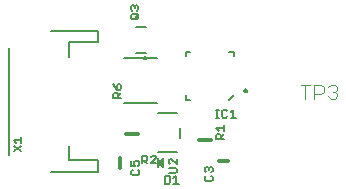
<source format=gbr>
G04 EAGLE Gerber RS-274X export*
G75*
%MOMM*%
%FSLAX34Y34*%
%LPD*%
%INSilkscreen Top*%
%IPPOS*%
%AMOC8*
5,1,8,0,0,1.08239X$1,22.5*%
G01*
%ADD10C,0.304800*%
%ADD11C,0.152400*%
%ADD12R,0.190500X0.889000*%
%ADD13C,0.203200*%
%ADD14C,0.101600*%

G36*
X135912Y13212D02*
X135912Y13212D01*
X135929Y13210D01*
X136032Y13232D01*
X136137Y13250D01*
X136152Y13258D01*
X136170Y13262D01*
X136260Y13316D01*
X136354Y13366D01*
X136366Y13379D01*
X136381Y13388D01*
X136450Y13468D01*
X136522Y13545D01*
X136529Y13562D01*
X136541Y13575D01*
X136580Y13673D01*
X136624Y13769D01*
X136626Y13787D01*
X136633Y13803D01*
X136651Y13970D01*
X136651Y21590D01*
X136649Y21607D01*
X136650Y21622D01*
X136650Y21625D01*
X136629Y21729D01*
X136612Y21833D01*
X136603Y21848D01*
X136600Y21866D01*
X136546Y21957D01*
X136496Y22050D01*
X136484Y22062D01*
X136475Y22078D01*
X136395Y22147D01*
X136318Y22220D01*
X136302Y22227D01*
X136288Y22239D01*
X136191Y22279D01*
X136095Y22323D01*
X136077Y22325D01*
X136061Y22332D01*
X135955Y22339D01*
X135851Y22350D01*
X135833Y22346D01*
X135815Y22348D01*
X135713Y22320D01*
X135640Y22304D01*
X135637Y22304D01*
X135610Y22298D01*
X135595Y22289D01*
X135578Y22284D01*
X135433Y22199D01*
X130353Y18389D01*
X130350Y18386D01*
X130347Y18384D01*
X130265Y18297D01*
X130183Y18212D01*
X130181Y18208D01*
X130178Y18205D01*
X130128Y18096D01*
X130078Y17989D01*
X130078Y17985D01*
X130076Y17981D01*
X130063Y17863D01*
X130050Y17745D01*
X130050Y17741D01*
X130050Y17736D01*
X130076Y17620D01*
X130101Y17504D01*
X130103Y17500D01*
X130104Y17496D01*
X130165Y17394D01*
X130226Y17292D01*
X130229Y17289D01*
X130231Y17286D01*
X130353Y17171D01*
X135433Y13361D01*
X135449Y13353D01*
X135462Y13341D01*
X135558Y13296D01*
X135651Y13247D01*
X135669Y13244D01*
X135685Y13237D01*
X135790Y13225D01*
X135894Y13209D01*
X135912Y13212D01*
G37*
D10*
X182690Y19050D02*
X190690Y19050D01*
D11*
X187198Y37592D02*
X180588Y37592D01*
X180588Y40897D01*
X181690Y41998D01*
X183893Y41998D01*
X184995Y40897D01*
X184995Y37592D01*
X184995Y39795D02*
X187198Y41998D01*
X182792Y45076D02*
X180588Y47279D01*
X187198Y47279D01*
X187198Y45076D02*
X187198Y49483D01*
D12*
X130993Y17780D03*
D11*
X136924Y6864D02*
X136924Y254D01*
X140229Y254D01*
X141330Y1356D01*
X141330Y5762D01*
X140229Y6864D01*
X136924Y6864D01*
X144408Y4660D02*
X146611Y6864D01*
X146611Y254D01*
X144408Y254D02*
X148814Y254D01*
D10*
X99060Y13780D02*
X99060Y21780D01*
D11*
X117602Y23882D02*
X117602Y17272D01*
X117602Y23882D02*
X120907Y23882D01*
X122008Y22780D01*
X122008Y20577D01*
X120907Y19475D01*
X117602Y19475D01*
X119805Y19475D02*
X122008Y17272D01*
X125086Y17272D02*
X129493Y17272D01*
X129493Y21678D02*
X125086Y17272D01*
X129493Y21678D02*
X129493Y22780D01*
X128391Y23882D01*
X126188Y23882D01*
X125086Y22780D01*
D10*
X166370Y36830D02*
X176530Y36830D01*
D11*
X172038Y6710D02*
X170936Y5609D01*
X170936Y3405D01*
X172038Y2304D01*
X176444Y2304D01*
X177546Y3405D01*
X177546Y5609D01*
X176444Y6710D01*
X172038Y9788D02*
X170936Y10889D01*
X170936Y13093D01*
X172038Y14194D01*
X173140Y14194D01*
X174241Y13093D01*
X174241Y11991D01*
X174241Y13093D02*
X175343Y14194D01*
X176444Y14194D01*
X177546Y13093D01*
X177546Y10889D01*
X176444Y9788D01*
D10*
X114300Y41910D02*
X104140Y41910D01*
D11*
X109808Y11790D02*
X108706Y10689D01*
X108706Y8485D01*
X109808Y7384D01*
X114214Y7384D01*
X115316Y8485D01*
X115316Y10689D01*
X114214Y11790D01*
X108706Y14868D02*
X108706Y19274D01*
X108706Y14868D02*
X112011Y14868D01*
X110910Y17071D01*
X110910Y18173D01*
X112011Y19274D01*
X114214Y19274D01*
X115316Y18173D01*
X115316Y15969D01*
X114214Y14868D01*
D13*
X131700Y59680D02*
X147700Y59680D01*
X147700Y26680D02*
X131700Y26680D01*
X150200Y39180D02*
X150200Y47180D01*
D11*
X145964Y9194D02*
X140456Y9194D01*
X145964Y9194D02*
X147066Y10295D01*
X147066Y12499D01*
X145964Y13600D01*
X140456Y13600D01*
X147066Y16678D02*
X147066Y21084D01*
X147066Y16678D02*
X142660Y21084D01*
X141558Y21084D01*
X140456Y19983D01*
X140456Y17779D01*
X141558Y16678D01*
D13*
X130840Y106630D02*
X102840Y106630D01*
X102840Y68630D02*
X130840Y68630D01*
D11*
X100078Y72392D02*
X93468Y72392D01*
X93468Y75697D01*
X94570Y76798D01*
X96773Y76798D01*
X97875Y75697D01*
X97875Y72392D01*
X97875Y74595D02*
X100078Y76798D01*
X94570Y82079D02*
X93468Y84283D01*
X94570Y82079D02*
X96773Y79876D01*
X98976Y79876D01*
X100078Y80978D01*
X100078Y83181D01*
X98976Y84283D01*
X97875Y84283D01*
X96773Y83181D01*
X96773Y79876D01*
D13*
X112340Y110920D02*
X121340Y110920D01*
X121340Y132920D02*
X112340Y132920D01*
X119340Y106920D02*
X119342Y106983D01*
X119348Y107045D01*
X119358Y107107D01*
X119371Y107169D01*
X119389Y107229D01*
X119410Y107288D01*
X119435Y107346D01*
X119464Y107402D01*
X119496Y107456D01*
X119531Y107508D01*
X119569Y107557D01*
X119611Y107605D01*
X119655Y107649D01*
X119703Y107691D01*
X119752Y107729D01*
X119804Y107764D01*
X119858Y107796D01*
X119914Y107825D01*
X119972Y107850D01*
X120031Y107871D01*
X120091Y107889D01*
X120153Y107902D01*
X120215Y107912D01*
X120277Y107918D01*
X120340Y107920D01*
X120403Y107918D01*
X120465Y107912D01*
X120527Y107902D01*
X120589Y107889D01*
X120649Y107871D01*
X120708Y107850D01*
X120766Y107825D01*
X120822Y107796D01*
X120876Y107764D01*
X120928Y107729D01*
X120977Y107691D01*
X121025Y107649D01*
X121069Y107605D01*
X121111Y107557D01*
X121149Y107508D01*
X121184Y107456D01*
X121216Y107402D01*
X121245Y107346D01*
X121270Y107288D01*
X121291Y107229D01*
X121309Y107169D01*
X121322Y107107D01*
X121332Y107045D01*
X121338Y106983D01*
X121340Y106920D01*
X121338Y106857D01*
X121332Y106795D01*
X121322Y106733D01*
X121309Y106671D01*
X121291Y106611D01*
X121270Y106552D01*
X121245Y106494D01*
X121216Y106438D01*
X121184Y106384D01*
X121149Y106332D01*
X121111Y106283D01*
X121069Y106235D01*
X121025Y106191D01*
X120977Y106149D01*
X120928Y106111D01*
X120876Y106076D01*
X120822Y106044D01*
X120766Y106015D01*
X120708Y105990D01*
X120649Y105969D01*
X120589Y105951D01*
X120527Y105938D01*
X120465Y105928D01*
X120403Y105922D01*
X120340Y105920D01*
X120277Y105922D01*
X120215Y105928D01*
X120153Y105938D01*
X120091Y105951D01*
X120031Y105969D01*
X119972Y105990D01*
X119914Y106015D01*
X119858Y106044D01*
X119804Y106076D01*
X119752Y106111D01*
X119703Y106149D01*
X119655Y106191D01*
X119611Y106235D01*
X119569Y106283D01*
X119531Y106332D01*
X119496Y106384D01*
X119464Y106438D01*
X119435Y106494D01*
X119410Y106552D01*
X119389Y106611D01*
X119371Y106671D01*
X119358Y106733D01*
X119348Y106795D01*
X119342Y106857D01*
X119340Y106920D01*
D11*
X113706Y139192D02*
X109300Y139192D01*
X108198Y140294D01*
X108198Y142497D01*
X109300Y143598D01*
X113706Y143598D01*
X114808Y142497D01*
X114808Y140294D01*
X113706Y139192D01*
X112605Y141395D02*
X114808Y143598D01*
X109300Y146676D02*
X108198Y147778D01*
X108198Y149981D01*
X109300Y151083D01*
X110402Y151083D01*
X111503Y149981D01*
X111503Y148879D01*
X111503Y149981D02*
X112605Y151083D01*
X113706Y151083D01*
X114808Y149981D01*
X114808Y147778D01*
X113706Y146676D01*
D13*
X5560Y114850D02*
X5560Y24850D01*
X40560Y9850D02*
X80560Y9850D01*
X80560Y19850D01*
X55560Y19850D01*
X55560Y32350D01*
X55560Y107350D02*
X55560Y119850D01*
X80560Y119850D01*
X80560Y129850D01*
X40560Y129850D01*
D11*
X15748Y31838D02*
X9138Y27432D01*
X9138Y31838D02*
X15748Y27432D01*
X11342Y34916D02*
X9138Y37119D01*
X15748Y37119D01*
X15748Y34916D02*
X15748Y39323D01*
D13*
X155260Y111440D02*
X158760Y111440D01*
X155260Y111440D02*
X155260Y107940D01*
X191760Y111440D02*
X195260Y111440D01*
X195260Y107940D01*
X155260Y74940D02*
X155260Y71440D01*
X158760Y71440D01*
X191760Y71440D02*
X195260Y74940D01*
X204470Y78740D02*
X204472Y78811D01*
X204478Y78882D01*
X204488Y78953D01*
X204502Y79023D01*
X204520Y79092D01*
X204541Y79159D01*
X204567Y79226D01*
X204596Y79291D01*
X204628Y79354D01*
X204665Y79416D01*
X204704Y79475D01*
X204747Y79532D01*
X204793Y79586D01*
X204842Y79638D01*
X204894Y79687D01*
X204948Y79733D01*
X205005Y79776D01*
X205064Y79815D01*
X205126Y79852D01*
X205189Y79884D01*
X205254Y79913D01*
X205321Y79939D01*
X205388Y79960D01*
X205457Y79978D01*
X205527Y79992D01*
X205598Y80002D01*
X205669Y80008D01*
X205740Y80010D01*
X205811Y80008D01*
X205882Y80002D01*
X205953Y79992D01*
X206023Y79978D01*
X206092Y79960D01*
X206159Y79939D01*
X206226Y79913D01*
X206291Y79884D01*
X206354Y79852D01*
X206416Y79815D01*
X206475Y79776D01*
X206532Y79733D01*
X206586Y79687D01*
X206638Y79638D01*
X206687Y79586D01*
X206733Y79532D01*
X206776Y79475D01*
X206815Y79416D01*
X206852Y79354D01*
X206884Y79291D01*
X206913Y79226D01*
X206939Y79159D01*
X206960Y79092D01*
X206978Y79023D01*
X206992Y78953D01*
X207002Y78882D01*
X207008Y78811D01*
X207010Y78740D01*
X207008Y78669D01*
X207002Y78598D01*
X206992Y78527D01*
X206978Y78457D01*
X206960Y78388D01*
X206939Y78321D01*
X206913Y78254D01*
X206884Y78189D01*
X206852Y78126D01*
X206815Y78064D01*
X206776Y78005D01*
X206733Y77948D01*
X206687Y77894D01*
X206638Y77842D01*
X206586Y77793D01*
X206532Y77747D01*
X206475Y77704D01*
X206416Y77665D01*
X206354Y77628D01*
X206291Y77596D01*
X206226Y77567D01*
X206159Y77541D01*
X206092Y77520D01*
X206023Y77502D01*
X205953Y77488D01*
X205882Y77478D01*
X205811Y77472D01*
X205740Y77470D01*
X205669Y77472D01*
X205598Y77478D01*
X205527Y77488D01*
X205457Y77502D01*
X205388Y77520D01*
X205321Y77541D01*
X205254Y77567D01*
X205189Y77596D01*
X205126Y77628D01*
X205064Y77665D01*
X205005Y77704D01*
X204948Y77747D01*
X204894Y77793D01*
X204842Y77842D01*
X204793Y77894D01*
X204747Y77948D01*
X204704Y78005D01*
X204665Y78064D01*
X204628Y78126D01*
X204596Y78189D01*
X204567Y78254D01*
X204541Y78321D01*
X204520Y78388D01*
X204502Y78457D01*
X204488Y78527D01*
X204478Y78598D01*
X204472Y78669D01*
X204470Y78740D01*
D11*
X182767Y56074D02*
X180564Y56074D01*
X181666Y56074D02*
X181666Y62684D01*
X182767Y62684D02*
X180564Y62684D01*
X188859Y62684D02*
X189960Y61582D01*
X188859Y62684D02*
X186655Y62684D01*
X185554Y61582D01*
X185554Y57176D01*
X186655Y56074D01*
X188859Y56074D01*
X189960Y57176D01*
X193038Y60480D02*
X195241Y62684D01*
X195241Y56074D01*
X193038Y56074D02*
X197444Y56074D01*
D14*
X255945Y72047D02*
X255945Y83741D01*
X252047Y83741D02*
X259843Y83741D01*
X263741Y83741D02*
X263741Y72047D01*
X263741Y83741D02*
X269588Y83741D01*
X271537Y81792D01*
X271537Y77894D01*
X269588Y75945D01*
X263741Y75945D01*
X275435Y81792D02*
X277384Y83741D01*
X281282Y83741D01*
X283231Y81792D01*
X283231Y79843D01*
X281282Y77894D01*
X279333Y77894D01*
X281282Y77894D02*
X283231Y75945D01*
X283231Y73996D01*
X281282Y72047D01*
X277384Y72047D01*
X275435Y73996D01*
M02*

</source>
